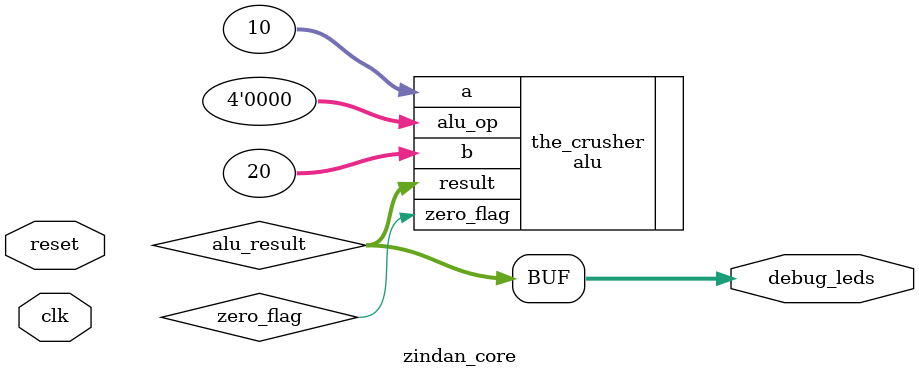
<source format=v>
/*
 *  ZİNDAN-1: THE CORE (TOP MODULE)
 *  -------------------------------------------------------------
 *  Aciklama: Her seyin birlestigi yer. Kablo spagettisinin
 *            ana merkezi.
 *  
 *  Author: Zindan Team
 */

module zindan_core (
    input clk,
    input reset,
    output [31:0] debug_leds // Dis dunyaya yasiyorum mesaji
);

    // KABLOLAR (THE WIRES)
    wire [31:0] pc, next_pc;
    wire [31:0] instruction;
    wire [31:0] alu_result;
    wire zero_flag;
    
    // Alt modullerin cagrilmasi (Summoning Rituals)
    
    // ALU: Hesap makinesi
    alu the_crusher (
        .a(32'd10), 
        .b(32'd20), 
        .alu_op(4'b0000), 
        .result(alu_result), 
        .zero_flag(zero_flag)
    );

    // Control: Beyin
    control_unit the_brain (
        .opcode(7'b0110011),
        .branch(),
        .mem_read(),
        .mem_to_reg(),
        .alu_op(),
        .mem_write(),
        .alu_src(),
        .reg_write()
    );

    // LED'lere bagla da calistigini sanasinlar
    assign debug_leds = alu_result;

endmodule

</source>
